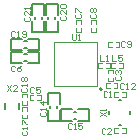
<source format=gto>
G04*
G04 #@! TF.GenerationSoftware,Altium Limited,Altium Designer,19.0.10 (269)*
G04*
G04 Layer_Color=65535*
%FSLAX24Y24*%
%MOIN*%
G70*
G01*
G75*
%ADD10C,0.0079*%
%ADD11C,0.0060*%
%ADD12C,0.0049*%
D10*
X875Y-860D02*
G03*
X875Y-860I-39J0D01*
G01*
X-2368Y-1505D02*
Y-1316D01*
X-1896Y-1505D02*
Y-1316D01*
X-1132Y1476D02*
Y1555D01*
X-1368Y1476D02*
Y1555D01*
X-669Y1476D02*
Y1555D01*
X-906Y1476D02*
Y1555D01*
X-1713Y748D02*
X-1634D01*
X-1713Y512D02*
X-1634D01*
X-49Y-1848D02*
X29D01*
X-49Y-1612D02*
X29D01*
X-845Y-1484D02*
Y-1405D01*
X-609Y-1484D02*
Y-1405D01*
X-1713Y315D02*
X-1634D01*
X-1713Y79D02*
X-1634D01*
D11*
X1454Y-1210D02*
X1502D01*
X1824Y-1698D02*
Y-1572D01*
X1454Y-2061D02*
X1502D01*
X1131Y-1698D02*
Y-1572D01*
X-1053Y1614D02*
Y1978D01*
Y1053D02*
Y1417D01*
X-1447Y1614D02*
Y1978D01*
Y1053D02*
Y1417D01*
Y1053D02*
X-1053D01*
X-1447Y1978D02*
X-1053D01*
X-591Y1614D02*
Y1978D01*
Y1053D02*
Y1417D01*
X-984Y1614D02*
Y1978D01*
Y1053D02*
Y1417D01*
Y1053D02*
X-591D01*
X-984Y1978D02*
X-591D01*
X-2136Y827D02*
X-1772D01*
X-1575D02*
X-1211D01*
X-2136Y433D02*
X-1772D01*
X-1575D02*
X-1211D01*
Y827D01*
X-2136Y433D02*
Y827D01*
X88Y-1927D02*
X453D01*
X-473D02*
X-108D01*
X88Y-1533D02*
X453D01*
X-473D02*
X-108D01*
X-473Y-1927D02*
Y-1533D01*
X453Y-1927D02*
Y-1533D01*
X-924Y-1907D02*
Y-1543D01*
Y-1346D02*
Y-982D01*
X-530Y-1907D02*
Y-1543D01*
Y-1346D02*
Y-982D01*
X-924D02*
X-530D01*
X-924Y-1907D02*
X-530D01*
X-2136Y394D02*
X-1772D01*
X-1575D02*
X-1211D01*
X-2136Y0D02*
X-1772D01*
X-1575D02*
X-1211D01*
Y394D01*
X-2136Y0D02*
Y394D01*
D12*
X1285Y-2333D02*
Y-2159D01*
X1671Y-2333D02*
Y-2159D01*
X1547Y-2333D02*
X1671D01*
X1285D02*
X1409D01*
X1547Y-2159D02*
X1671D01*
X1285D02*
X1409D01*
X1671Y-1111D02*
Y-938D01*
X1285Y-1111D02*
Y-938D01*
X1409D01*
X1547D02*
X1671D01*
X1285Y-1111D02*
X1409D01*
X1547D02*
X1671D01*
X1394Y-808D02*
Y-635D01*
X1008Y-808D02*
Y-635D01*
X1132D01*
X1270D02*
X1394D01*
X1008Y-808D02*
X1132D01*
X1270D02*
X1394D01*
X-722Y719D02*
X722D01*
X-722Y-750D02*
X722D01*
X-722D02*
Y719D01*
X722Y-750D02*
Y719D01*
X1581Y-155D02*
Y18D01*
X1195Y-155D02*
Y18D01*
X1319D01*
X1457D02*
X1581D01*
X1195Y-155D02*
X1319D01*
X1457D02*
X1581D01*
X1151Y-155D02*
Y18D01*
X765Y-155D02*
Y18D01*
X889D01*
X1027D02*
X1151D01*
X765Y-155D02*
X889D01*
X1027D02*
X1151D01*
X-1795Y-1387D02*
Y-1263D01*
Y-1125D02*
Y-1001D01*
X-1622Y-1387D02*
Y-1263D01*
Y-1125D02*
Y-1001D01*
X-1795D02*
X-1622D01*
X-1795Y-1387D02*
X-1622D01*
Y-1568D02*
Y-1444D01*
Y-1830D02*
Y-1706D01*
X-1795Y-1568D02*
Y-1444D01*
Y-1830D02*
Y-1706D01*
Y-1830D02*
X-1622D01*
X-1795Y-1444D02*
X-1622D01*
X1339Y552D02*
X1463D01*
X1077D02*
X1201D01*
X1339Y725D02*
X1463D01*
X1077D02*
X1201D01*
X1077Y552D02*
Y725D01*
X1463Y552D02*
Y725D01*
X687Y1309D02*
Y1433D01*
Y1047D02*
Y1171D01*
X514Y1309D02*
Y1433D01*
Y1047D02*
Y1171D01*
Y1047D02*
X687D01*
X514Y1433D02*
X687D01*
X176Y1309D02*
Y1433D01*
Y1047D02*
Y1171D01*
X3Y1309D02*
Y1433D01*
Y1047D02*
Y1171D01*
Y1047D02*
X176D01*
X3Y1433D02*
X176D01*
X-1533Y-1043D02*
X-1409D01*
X-1272D02*
X-1148D01*
X-1533Y-1217D02*
X-1409D01*
X-1272D02*
X-1148D01*
Y-1043D01*
X-1533Y-1217D02*
Y-1043D01*
X1259Y-330D02*
Y-206D01*
Y-592D02*
Y-468D01*
X1086Y-330D02*
Y-206D01*
Y-592D02*
Y-468D01*
Y-592D02*
X1259D01*
X1086Y-206D02*
X1259D01*
X817Y-1763D02*
X1014Y-1632D01*
X817D02*
X1014Y-1763D01*
Y-1567D02*
Y-1501D01*
Y-1534D01*
X817D01*
X850Y-1567D01*
X997Y-2184D02*
X965Y-2151D01*
X899D01*
X866Y-2184D01*
Y-2315D01*
X899Y-2348D01*
X965D01*
X997Y-2315D01*
X1194Y-2348D02*
X1063D01*
X1194Y-2217D01*
Y-2184D01*
X1161Y-2151D01*
X1096D01*
X1063Y-2184D01*
X1063Y-964D02*
X1030Y-931D01*
X965D01*
X932Y-964D01*
Y-1095D01*
X965Y-1128D01*
X1030D01*
X1063Y-1095D01*
X1129Y-1128D02*
X1194D01*
X1161D01*
Y-931D01*
X1129Y-964D01*
X1621Y-671D02*
X1588Y-639D01*
X1523D01*
X1490Y-671D01*
Y-803D01*
X1523Y-835D01*
X1588D01*
X1621Y-803D01*
X1687Y-835D02*
X1752D01*
X1720D01*
Y-639D01*
X1687Y-671D01*
X1982Y-835D02*
X1851D01*
X1982Y-704D01*
Y-671D01*
X1949Y-639D01*
X1884D01*
X1851Y-671D01*
X1657Y705D02*
X1624Y738D01*
X1558D01*
X1526Y705D01*
Y574D01*
X1558Y541D01*
X1624D01*
X1657Y574D01*
X1722D02*
X1755Y541D01*
X1821D01*
X1854Y574D01*
Y705D01*
X1821Y738D01*
X1755D01*
X1722Y705D01*
Y673D01*
X1755Y640D01*
X1854D01*
X-1158Y-1611D02*
X-1191Y-1644D01*
Y-1709D01*
X-1158Y-1742D01*
X-1027D01*
X-994Y-1709D01*
Y-1644D01*
X-1027Y-1611D01*
X-994Y-1545D02*
Y-1480D01*
Y-1513D01*
X-1191D01*
X-1158Y-1545D01*
X-994Y-1283D02*
X-1191D01*
X-1092Y-1381D01*
Y-1250D01*
X-131Y-2031D02*
X-164Y-1998D01*
X-230D01*
X-263Y-2031D01*
Y-2162D01*
X-230Y-2195D01*
X-164D01*
X-131Y-2162D01*
X-66Y-2195D02*
X-0D01*
X-33D01*
Y-1998D01*
X-66Y-2031D01*
X229Y-1998D02*
X98D01*
Y-2096D01*
X164Y-2064D01*
X197D01*
X229Y-2096D01*
Y-2162D01*
X197Y-2195D01*
X131D01*
X98Y-2162D01*
X-2005Y-102D02*
X-2037Y-69D01*
X-2103D01*
X-2136Y-102D01*
Y-233D01*
X-2103Y-266D01*
X-2037D01*
X-2005Y-233D01*
X-1808Y-69D02*
X-1873Y-102D01*
X-1939Y-167D01*
Y-233D01*
X-1906Y-266D01*
X-1841D01*
X-1808Y-233D01*
Y-200D01*
X-1841Y-167D01*
X-1939D01*
X-2014Y1060D02*
X-2047Y1092D01*
X-2113D01*
X-2146Y1060D01*
Y928D01*
X-2113Y896D01*
X-2047D01*
X-2014Y928D01*
X-1949Y896D02*
X-1883D01*
X-1916D01*
Y1092D01*
X-1949Y1060D01*
X-1785Y928D02*
X-1752Y896D01*
X-1687D01*
X-1654Y928D01*
Y1060D01*
X-1687Y1092D01*
X-1752D01*
X-1785Y1060D01*
Y1027D01*
X-1752Y994D01*
X-1654D01*
X1230Y277D02*
Y80D01*
X1361D01*
X1558Y277D02*
X1427D01*
Y178D01*
X1492Y211D01*
X1525D01*
X1558Y178D01*
Y113D01*
X1525Y80D01*
X1460D01*
X1427Y113D01*
X1356Y-429D02*
X1323Y-462D01*
Y-527D01*
X1356Y-560D01*
X1487D01*
X1520Y-527D01*
Y-462D01*
X1487Y-429D01*
X1356Y-363D02*
X1323Y-330D01*
Y-265D01*
X1356Y-232D01*
X1389D01*
X1422Y-265D01*
Y-298D01*
Y-265D01*
X1454Y-232D01*
X1487D01*
X1520Y-265D01*
Y-330D01*
X1487Y-363D01*
X830Y277D02*
Y80D01*
X961D01*
X1027D02*
X1092D01*
X1060D01*
Y277D01*
X1027Y244D01*
X-489Y1578D02*
X-522Y1545D01*
Y1480D01*
X-489Y1447D01*
X-358D01*
X-325Y1480D01*
Y1545D01*
X-358Y1578D01*
X-325Y1775D02*
Y1644D01*
X-456Y1775D01*
X-489D01*
X-522Y1742D01*
Y1676D01*
X-489Y1644D01*
Y1840D02*
X-522Y1873D01*
Y1939D01*
X-489Y1972D01*
X-358D01*
X-325Y1939D01*
Y1873D01*
X-358Y1840D01*
X-489D01*
X-1774Y-809D02*
X-1807Y-842D01*
Y-907D01*
X-1774Y-940D01*
X-1643D01*
X-1610Y-907D01*
Y-842D01*
X-1643Y-809D01*
X-1610Y-743D02*
Y-678D01*
Y-710D01*
X-1807D01*
X-1774Y-743D01*
Y-579D02*
X-1807Y-546D01*
Y-481D01*
X-1774Y-448D01*
X-1741D01*
X-1708Y-481D01*
X-1676Y-448D01*
X-1643D01*
X-1610Y-481D01*
Y-546D01*
X-1643Y-579D01*
X-1676D01*
X-1708Y-546D01*
X-1741Y-579D01*
X-1774D01*
X-1708Y-546D02*
Y-481D01*
X-1768Y-2251D02*
X-1801Y-2283D01*
Y-2349D01*
X-1768Y-2382D01*
X-1637D01*
X-1604Y-2349D01*
Y-2283D01*
X-1637Y-2251D01*
X-1604Y-2185D02*
Y-2120D01*
Y-2152D01*
X-1801D01*
X-1768Y-2185D01*
X-1801Y-2021D02*
Y-1890D01*
X-1768D01*
X-1637Y-2021D01*
X-1604D01*
X-1389Y-818D02*
X-1422Y-785D01*
X-1487D01*
X-1520Y-818D01*
Y-949D01*
X-1487Y-982D01*
X-1422D01*
X-1389Y-949D01*
X-1192Y-785D02*
X-1323D01*
Y-884D01*
X-1258Y-851D01*
X-1225D01*
X-1192Y-884D01*
Y-949D01*
X-1225Y-982D01*
X-1290D01*
X-1323Y-949D01*
X525Y1647D02*
X492Y1614D01*
Y1548D01*
X525Y1516D01*
X656D01*
X689Y1548D01*
Y1614D01*
X656Y1647D01*
X525Y1712D02*
X492Y1745D01*
Y1811D01*
X525Y1844D01*
X558D01*
X591Y1811D01*
X623Y1844D01*
X656D01*
X689Y1811D01*
Y1745D01*
X656Y1712D01*
X623D01*
X591Y1745D01*
X558Y1712D01*
X525D01*
X591Y1745D02*
Y1811D01*
X16Y1651D02*
X-17Y1618D01*
Y1553D01*
X16Y1520D01*
X147D01*
X180Y1553D01*
Y1618D01*
X147Y1651D01*
X-17Y1717D02*
Y1848D01*
X16D01*
X147Y1717D01*
X180D01*
X-128Y984D02*
Y820D01*
X-95Y787D01*
X-30D01*
X3Y820D01*
Y984D01*
X69Y787D02*
X134D01*
X102D01*
Y984D01*
X69Y951D01*
X-2280Y-733D02*
X-2149Y-930D01*
Y-733D02*
X-2280Y-930D01*
X-1952D02*
X-2083D01*
X-1952Y-799D01*
Y-766D01*
X-1985Y-733D01*
X-2050D01*
X-2083Y-766D01*
X-1680Y1549D02*
X-1713Y1516D01*
Y1450D01*
X-1680Y1417D01*
X-1549D01*
X-1516Y1450D01*
Y1516D01*
X-1549Y1549D01*
X-1516Y1745D02*
Y1614D01*
X-1647Y1745D01*
X-1680D01*
X-1713Y1713D01*
Y1647D01*
X-1680Y1614D01*
X-1516Y1811D02*
Y1876D01*
Y1844D01*
X-1713D01*
X-1680Y1811D01*
M02*

</source>
